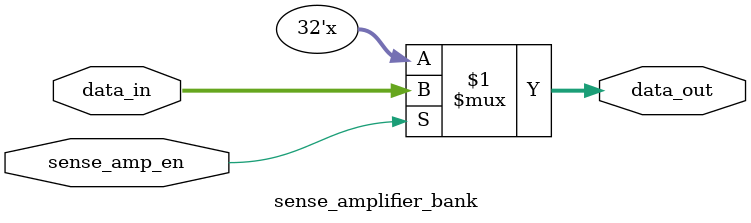
<source format=v>
`timescale 1ns / 1ps

module sense_amplifier_bank (
    input  wire [31:0] data_in,         
    input  wire        sense_amp_en,   
    output wire [31:0] data_out        
);
    assign data_out = (sense_amp_en) ? data_in : 32'bZ;

endmodule

</source>
